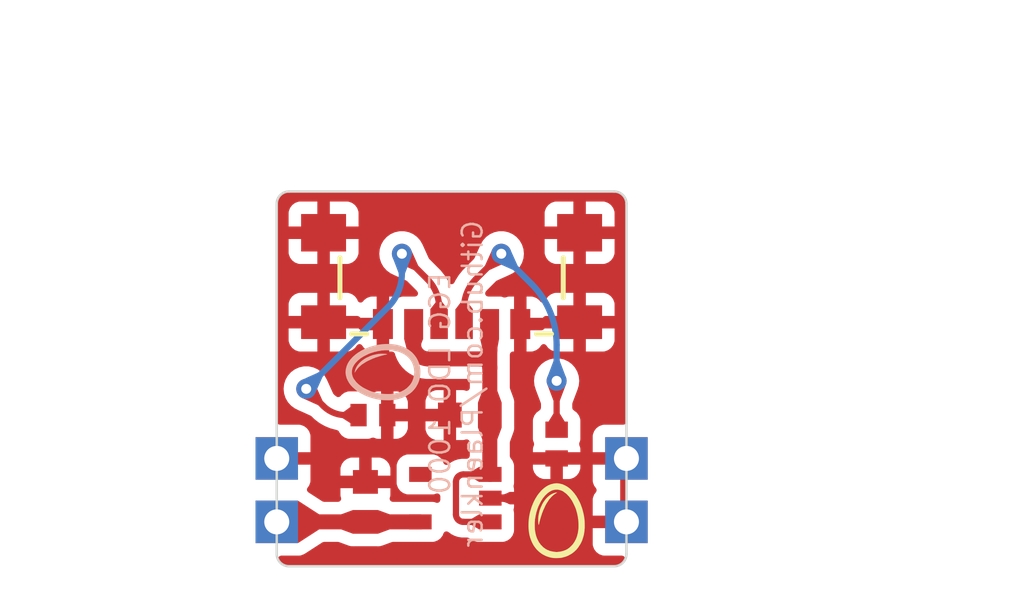
<source format=kicad_pcb>
(kicad_pcb (version 20240108) (generator "pcbnew") (generator_version "8.0")
  (title_block (title "Egg_LDO_1000") (date "2024-03-04") (rev "1.1.0") (company "https://github.com/Plaenkler") (comment 1 "1.0.3 -> 1.1.0 Migrated project to KiCad 8 and added teardrops"))
  (layers (0 "F.Cu" signal) (31 "B.Cu" signal) (34 "B.Paste" user) (35 "F.Paste" user) (36 "B.SilkS" user "B.Silkscreen") (37 "F.SilkS" user "F.Silkscreen") (38 "B.Mask" user) (39 "F.Mask" user) (44 "Edge.Cuts" user))
  (net 0 "")
  (net 1 "+5V")
  (net 2 "GND")
  (net 3 "+3.3V")
  (net 5 "Net-(J4-PadA5)")
  (net 6 "Net-(J4-PadB5)")
  (footprint "Connector_PinHeader_2.54mm:PinHeader_1x01_P2.54mm_Vertical" (layer "F.Cu") (at 142.995 104.355)
    (property "Reference" "J2" (hide yes))
    (property "Value" "Castellated Hole" (hide yes))
    (pad "1" thru_hole rect (at 0 0) (size 1.7 1.7) (drill 1) (property pad_prop_castellated) (layers "*.Cu" "*.Mask") (net 2 "GND"))
  )
  (footprint "SamacSys_Parts:ERJUP3" (layer "F.Cu") (at 154.2 103.78 -90)
    (property "Reference" "R1" (hide yes))
    (property "Value" "5.1K" (hide yes))
    (pad "1" smd rect (at -0.575 0 270) (size 0.65 0.9) (layers "F.Cu" "F.Paste" "F.Mask") (net 5 "Net-(J4-PadA5)"))
    (pad "2" smd rect (at 0.575 0 270) (size 0.65 0.9) (layers "F.Cu" "F.Paste" "F.Mask") (net 2 "GND"))
  )
  (footprint "plaenkler:egg_logo" (layer "F.Cu") (at 154.2 106.85)
    (property "Reference" "G***" (hide yes))
    (property "Value" "LOGO" (hide yes))
  )
  (footprint "SamacSys_Parts:USB4135GFA" (layer "F.Cu") (at 149.995 95.92 180)
    (property "Reference" "J4" (hide yes))
    (property "Value" "USB4135-GF-A" (hide yes))
    (pad "A5" smd rect (at -0.5 -3.055 180) (size 0.7 1.2) (layers "F.Cu" "F.Paste" "F.Mask") (net 5 "Net-(J4-PadA5)"))
    (pad "A9" smd rect (at 1.52 -3.055 180) (size 0.76 1.2) (layers "F.Cu" "F.Paste" "F.Mask") (net 1 "+5V"))
    (pad "A12" smd rect (at 2.75 -3.055 180) (size 0.8 1.2) (layers "F.Cu" "F.Paste" "F.Mask") (net 2 "GND"))
    (pad "B5" smd rect (at 0.5 -3.055 180) (size 0.7 1.2) (layers "F.Cu" "F.Paste" "F.Mask") (net 6 "Net-(J4-PadB5)"))
    (pad "B9" smd rect (at -1.52 -3.055 180) (size 0.76 1.2) (layers "F.Cu" "F.Paste" "F.Mask") (net 1 "+5V"))
    (pad "B12" smd rect (at -2.75 -3.055 180) (size 0.8 1.2) (layers "F.Cu" "F.Paste" "F.Mask") (net 2 "GND"))
    (pad "MP1" smd rect (at -5.125 -2.98 270) (size 1.35 1.8) (layers "F.Cu" "F.Paste" "F.Mask") (net 2 "GND"))
    (pad "MP2" smd rect (at 5.125 -2.98 270) (size 1.35 1.8) (layers "F.Cu" "F.Paste" "F.Mask") (net 2 "GND"))
    (pad "MP3" smd rect (at -5.125 0.6 270) (size 1.5 1.8) (layers "F.Cu" "F.Paste" "F.Mask") (net 2 "GND"))
    (pad "MP4" smd rect (at 5.125 0.6 270) (size 1.5 1.8) (layers "F.Cu" "F.Paste" "F.Mask") (net 2 "GND"))
  )
  (footprint "SamacSys_Parts:SOT95P280X130-5N" (layer "F.Cu") (at 150.145 105.945 180)
    (property "Reference" "IC1" (hide yes))
    (property "Value" "XC6220B331MR-G" (hide yes))
    (pad "1" smd rect (at -1.4 -0.95 270) (size 0.6 0.9) (layers "F.Cu" "F.Paste" "F.Mask") (net 1 "+5V"))
    (pad "2" smd rect (at -1.4 0 270) (size 0.6 0.9) (layers "F.Cu" "F.Paste" "F.Mask") (net 2 "GND"))
    (pad "3" smd rect (at -1.4 0.95 270) (size 0.6 0.9) (layers "F.Cu" "F.Paste" "F.Mask") (net 1 "+5V"))
    (pad "4" smd rect (at 1.4 0.95 270) (size 0.6 0.9) (layers "F.Cu" "F.Paste" "F.Mask"))
    (pad "5" smd rect (at 1.4 -0.95 270) (size 0.6 0.9) (layers "F.Cu" "F.Paste" "F.Mask") (net 3 "+3.3V"))
  )
  (footprint "Connector_PinHeader_2.54mm:PinHeader_1x01_P2.54mm_Vertical" (layer "F.Cu") (at 156.995 106.895)
    (property "Reference" "J3" (hide yes))
    (property "Value" "Castellated Hole" (hide yes))
    (pad "1" thru_hole rect (at 0 0) (size 1.7 1.7) (drill 1) (property pad_prop_castellated) (layers "*.Cu" "*.Mask") (net 2 "GND"))
  )
  (footprint "SamacSys_Parts:C0603" (layer "F.Cu") (at 150.725 102.62 180)
    (property "Reference" "C1" (hide yes))
    (property "Value" "10uF" (hide yes))
    (pad "1" smd rect (at -0.8 0 180) (size 0.95 1) (layers "F.Cu" "F.Paste" "F.Mask") (net 1 "+5V"))
    (pad "2" smd rect (at 0.8 0 180) (size 0.95 1) (layers "F.Cu" "F.Paste" "F.Mask") (net 2 "GND"))
  )
  (footprint "Connector_PinHeader_2.54mm:PinHeader_1x01_P2.54mm_Vertical" (layer "F.Cu") (at 142.995 106.895)
    (property "Reference" "J5" (hide yes))
    (property "Value" "Castellated Hole" (hide yes))
    (pad "1" thru_hole rect (at 0 0) (size 1.7 1.7) (drill 1) (property pad_prop_castellated) (layers "*.Cu" "*.Mask") (net 3 "+3.3V"))
  )
  (footprint "Connector_PinHeader_2.54mm:PinHeader_1x01_P2.54mm_Vertical" (layer "F.Cu") (at 156.995 104.355)
    (property "Reference" "J1" (hide yes))
    (property "Value" "Castellated Hole" (hide yes))
    (pad "1" thru_hole rect (at 0 0) (size 1.7 1.7) (drill 1) (property pad_prop_castellated) (layers "*.Cu" "*.Mask") (net 2 "GND"))
  )
  (footprint "SamacSys_Parts:C0603" (layer "F.Cu") (at 146.545 106.095 90)
    (property "Reference" "C2" (hide yes))
    (property "Value" "10uF" (hide yes))
    (pad "1" smd rect (at -0.8 0 90) (size 0.95 1) (layers "F.Cu" "F.Paste" "F.Mask") (net 3 "+3.3V"))
    (pad "2" smd rect (at 0.8 0 90) (size 0.95 1) (layers "F.Cu" "F.Paste" "F.Mask") (net 2 "GND"))
  )
  (footprint "SamacSys_Parts:ERJUP3" (layer "F.Cu") (at 146.845 102.62)
    (property "Reference" "R2" (hide yes))
    (property "Value" "5.1K" (hide yes))
    (pad "1" smd rect (at -0.575 0) (size 0.65 0.9) (layers "F.Cu" "F.Paste" "F.Mask") (net 6 "Net-(J4-PadB5)"))
    (pad "2" smd rect (at 0.575 0) (size 0.65 0.9) (layers "F.Cu" "F.Paste" "F.Mask") (net 2 "GND"))
  )
  (footprint "plaenkler:egg_logo" (layer "B.Cu") (at 147.25 100.9 -90)
    (property "Reference" "G***" (hide yes))
    (property "Value" "LOGO" (hide yes))
  )
  (gr_arc (start 142.995 94.16) (mid 143.138518 93.813518) (end 143.485 93.67) (stroke (width 0.1)) (layer "Edge.Cuts"))
  (gr_line (start 142.995 108.18) (end 142.995 94.16) (stroke (width 0.1)) (layer "Edge.Cuts"))
  (gr_line (start 156.995 94.16) (end 156.995 108.18) (stroke (width 0.1)) (layer "Edge.Cuts"))
  (gr_arc (start 143.485 108.67) (mid 143.138518 108.526482) (end 142.995 108.18) (stroke (width 0.1)) (layer "Edge.Cuts"))
  (gr_arc (start 156.995 108.18) (mid 156.851482 108.526482) (end 156.505 108.67) (stroke (width 0.1)) (layer "Edge.Cuts"))
  (gr_arc (start 156.505 93.67) (mid 156.851482 93.813518) (end 156.995 94.16) (stroke (width 0.1)) (layer "Edge.Cuts"))
  (gr_line (start 143.485 108.67) (end 156.505 108.67) (stroke (width 0.1)) (layer "Edge.Cuts"))
  (gr_line (start 156.505 93.67) (end 143.485 93.67) (stroke (width 0.1)) (layer "Edge.Cuts"))
  (gr_text "EGG LDO 1000" (at 150 96.85 90) (layer "B.SilkS") (effects (font (size 0.8 0.8) (thickness 0.1) (bold yes)) (justify left bottom mirror)))
  (gr_text "Github.com/Plaenkler" (at 151.3 94.75 90) (layer "B.SilkS") (effects (font (size 0.8 0.8) (thickness 0.1) (bold yes)) (justify left bottom mirror)))
  (segment (start 148.475 99.789583) (end 148.475 98.975) (width 0.6) (layer "F.Cu") (net 1))
  (segment (start 151.525 99.3175) (end 151.525 98.985) (width 0.6) (layer "F.Cu") (net 1))
  (segment (start 151.165 100.37) (end 149.055416 100.37) (width 0.6) (layer "F.Cu") (net 1))
  (segment (start 151.530857 104.995) (end 150.468743 104.995) (width 0.25) (layer "F.Cu") (net 1))
  (segment (start 151.525 100.01) (end 151.525 100.73) (width 0.6) (layer "F.Cu") (net 1))
  (segment (start 151.525 100.01) (end 151.525 99.9825) (width 0.6) (layer "F.Cu") (net 1))
  (segment (start 151.525 100.73) (end 151.525 102.62) (width 0.6) (layer "F.Cu") (net 1))
  (segment (start 150.17 105.293743) (end 150.17 106.596256) (width 0.25) (layer "F.Cu") (net 1))
  (segment (start 150.468743 106.895) (end 151.545 106.895) (width 0.25) (layer "F.Cu") (net 1))
  (segment (start 151.525 102.62) (end 151.525 104.960857) (width 0.6) (layer "F.Cu") (net 1))
  (segment (start 151.525 99.3175) (end 151.525 99.9825) (width 0.6) (layer "F.Cu") (net 1))
  (arc (start 151.165 100.37) (mid 151.419558 100.264558) (end 151.525 100.01) (width 0.6) (layer "F.Cu") (net 1))
  (arc (start 150.468743 104.995) (mid 150.354419 105.01774) (end 150.2575 105.0825) (width 0.25) (layer "F.Cu") (net 1))
  (arc (start 150.2575 105.0825) (mid 150.19274 105.179419) (end 150.17 105.293743) (width 0.25) (layer "F.Cu") (net 1))
  (arc (start 151.525 104.960857) (mid 151.527598 104.973923) (end 151.535 104.985) (width 0.6) (layer "F.Cu") (net 1))
  (arc (start 148.475 99.789583) (mid 148.519181 100.011699) (end 148.645 100.2) (width 0.6) (layer "F.Cu") (net 1))
  (arc (start 148.645 100.2) (mid 148.8333 100.325818) (end 149.055416 100.37) (width 0.6) (layer "F.Cu") (net 1))
  (arc (start 150.17 106.596256) (mid 150.19274 106.71058) (end 150.2575 106.8075) (width 0.25) (layer "F.Cu") (net 1))
  (arc (start 151.535 104.985) (mid 151.536269 104.991383) (end 151.530857 104.995) (width 0.6) (layer "F.Cu") (net 1))
  (arc (start 150.2575 106.8075) (mid 150.354419 106.872259) (end 150.468743 106.895) (width 0.25) (layer "F.Cu") (net 1))
  (arc (start 151.525 100.73) (mid 151.419558 100.475441) (end 151.165 100.37) (width 0.6) (layer "F.Cu") (net 1))
  (segment (start 146.545 106.895) (end 143.295 106.895) (width 0.6) (layer "F.Cu") (net 3))
  (segment (start 146.545 106.895) (end 148.745 106.895) (width 0.6) (layer "F.Cu") (net 3))
  (segment (start 150.495 98.3125) (end 150.495 98.975) (width 0.25) (layer "F.Cu") (net 5))
  (segment (start 154.2 101.25) (end 154.2 103.205) (width 0.25) (layer "F.Cu") (net 5))
  (segment (start 150.963458 97.181541) (end 151.985 96.16) (width 0.25) (layer "F.Cu") (net 5))
  (via (at 154.2 101.25) (size 0.8) (drill 0.4) (layers "F.Cu" "B.Cu") (net 5))
  (via (at 151.985 96.16) (size 0.8) (drill 0.4) (layers "F.Cu" "B.Cu") (net 5))
  (arc (start 150.963458 97.181541) (mid 150.616748 97.700429) (end 150.495 98.3125) (width 0.25) (layer "F.Cu") (net 5))
  (segment (start 153.183534 97.358534) (end 151.985 96.16) (width 0.25) (layer "B.Cu") (net 5))
  (segment (start 154.2 99.8125) (end 154.2 101.25) (width 0.25) (layer "B.Cu") (net 5))
  (arc (start 153.183534 97.358534) (mid 153.935829 98.484423) (end 154.2 99.8125) (width 0.25) (layer "B.Cu") (net 5))
  (segment (start 149.495 98.3125) (end 149.495 98.975) (width 0.25) (layer "F.Cu") (net 6))
  (segment (start 144.855536 102.250536) (end 144.175 101.57) (width 0.25) (layer "F.Cu") (net 6))
  (segment (start 145.7475 102.62) (end 146.27 102.62) (width 0.25) (layer "F.Cu") (net 6))
  (segment (start 148.005 96.16) (end 149.026541 97.181541) (width 0.25) (layer "F.Cu") (net 6))
  (via (at 148.005 96.16) (size 0.8) (drill 0.4) (layers "F.Cu" "B.Cu") (net 6))
  (via (at 144.175 101.57) (size 0.8) (drill 0.4) (layers "F.Cu" "B.Cu") (net 6))
  (arc (start 149.026541 97.181541) (mid 149.373251 97.700429) (end 149.495 98.3125) (width 0.25) (layer "F.Cu") (net 6))
  (arc (start 144.855536 102.250536) (mid 145.264772 102.523979) (end 145.7475 102.62) (width 0.25) (layer "F.Cu") (net 6))
  (segment (start 144.175 101.57) (end 147.446385 98.298614) (width 0.25) (layer "B.Cu") (net 6))
  (segment (start 148.005 96.16) (end 148.005 96.95) (width 0.25) (layer "B.Cu") (net 6))
  (arc (start 148.005 96.95) (mid 147.85982 97.679864) (end 147.446385 98.298614) (width 0.25) (layer "B.Cu") (net 6))
  (zone (net 2) (net_name "GND") (layer "F.Cu") (connect_pads (clearance 0.5)) (min_thickness 0.25) (fill yes (thermal_gap 0.5) (thermal_bridge_width 0.5))
    (polygon (pts (xy 140 90) (xy 140 110) (xy 160 110) (xy 160 90)))
  )
)
</source>
